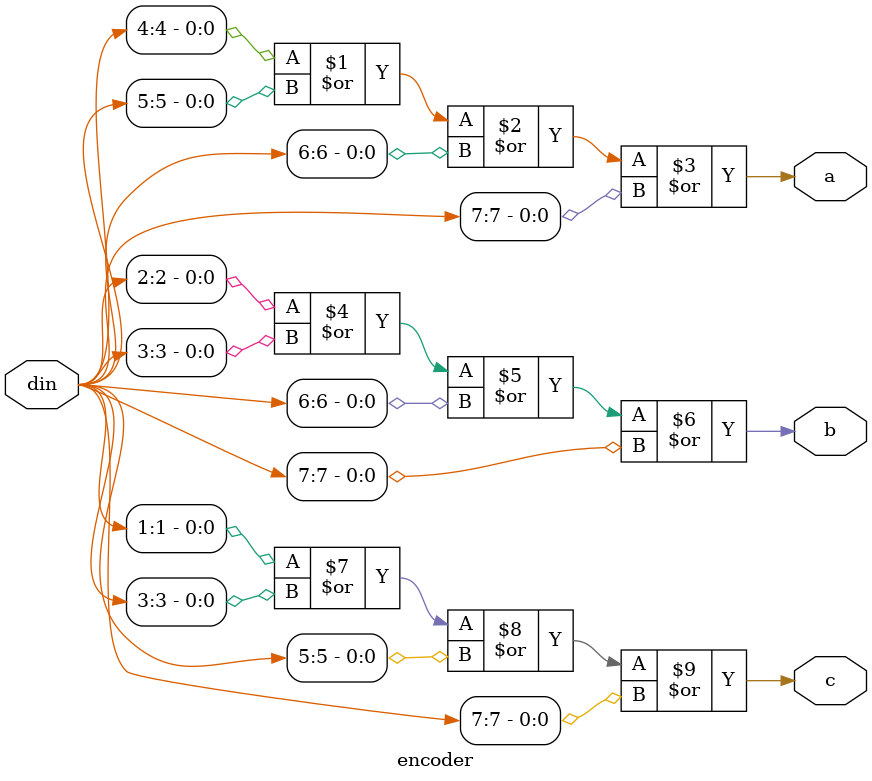
<source format=v>
module encoder(din,a,b,c);
input [0:7] din;
output a,b,c;
assign a=din[4]|din[5]|din[6]|din[7];
assign b=din[2]|din[3]|din[6]|din[7];
assign c=din[1]|din[3]|din[5]|din[7];
endmodule
</source>
